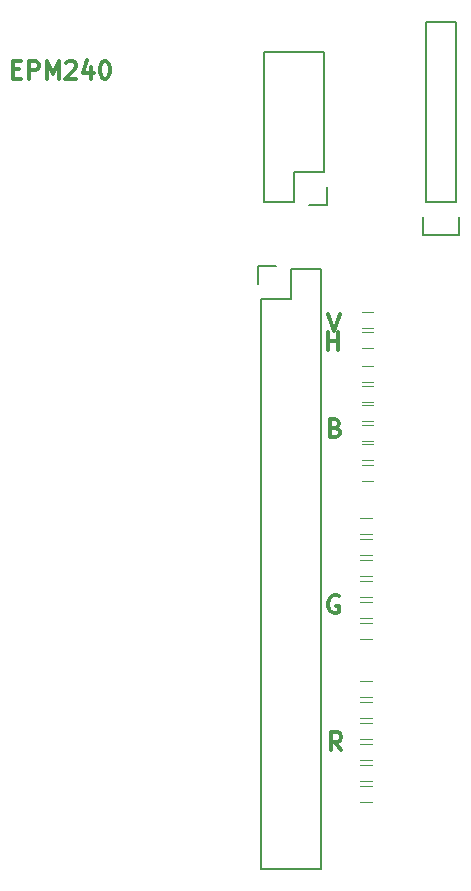
<source format=gbr>
G04 #@! TF.FileFunction,Legend,Top*
%FSLAX46Y46*%
G04 Gerber Fmt 4.6, Leading zero omitted, Abs format (unit mm)*
G04 Created by KiCad (PCBNEW 4.0.7) date 03/29/18 22:21:39*
%MOMM*%
%LPD*%
G01*
G04 APERTURE LIST*
%ADD10C,0.100000*%
%ADD11C,0.300000*%
%ADD12C,0.120000*%
%ADD13C,0.150000*%
G04 APERTURE END LIST*
D10*
D11*
X67521012Y-78343297D02*
X68021012Y-78343297D01*
X68235298Y-79129011D02*
X67521012Y-79129011D01*
X67521012Y-77629011D01*
X68235298Y-77629011D01*
X68878155Y-79129011D02*
X68878155Y-77629011D01*
X69449583Y-77629011D01*
X69592441Y-77700440D01*
X69663869Y-77771869D01*
X69735298Y-77914726D01*
X69735298Y-78129011D01*
X69663869Y-78271869D01*
X69592441Y-78343297D01*
X69449583Y-78414726D01*
X68878155Y-78414726D01*
X70378155Y-79129011D02*
X70378155Y-77629011D01*
X70878155Y-78700440D01*
X71378155Y-77629011D01*
X71378155Y-79129011D01*
X72021012Y-77771869D02*
X72092441Y-77700440D01*
X72235298Y-77629011D01*
X72592441Y-77629011D01*
X72735298Y-77700440D01*
X72806727Y-77771869D01*
X72878155Y-77914726D01*
X72878155Y-78057583D01*
X72806727Y-78271869D01*
X71949584Y-79129011D01*
X72878155Y-79129011D01*
X74163869Y-78129011D02*
X74163869Y-79129011D01*
X73806726Y-77557583D02*
X73449583Y-78629011D01*
X74378155Y-78629011D01*
X75235297Y-77629011D02*
X75378154Y-77629011D01*
X75521011Y-77700440D01*
X75592440Y-77771869D01*
X75663869Y-77914726D01*
X75735297Y-78200440D01*
X75735297Y-78557583D01*
X75663869Y-78843297D01*
X75592440Y-78986154D01*
X75521011Y-79057583D01*
X75378154Y-79129011D01*
X75235297Y-79129011D01*
X75092440Y-79057583D01*
X75021011Y-78986154D01*
X74949583Y-78843297D01*
X74878154Y-78557583D01*
X74878154Y-78200440D01*
X74949583Y-77914726D01*
X75021011Y-77771869D01*
X75092440Y-77700440D01*
X75235297Y-77629011D01*
X94211829Y-102100771D02*
X94211829Y-100600771D01*
X94211829Y-101315057D02*
X95068972Y-101315057D01*
X95068972Y-102100771D02*
X95068972Y-100600771D01*
X94216600Y-99025971D02*
X94716600Y-100525971D01*
X95216600Y-99025971D01*
X95307886Y-135958971D02*
X94807886Y-135244686D01*
X94450743Y-135958971D02*
X94450743Y-134458971D01*
X95022171Y-134458971D01*
X95165029Y-134530400D01*
X95236457Y-134601829D01*
X95307886Y-134744686D01*
X95307886Y-134958971D01*
X95236457Y-135101829D01*
X95165029Y-135173257D01*
X95022171Y-135244686D01*
X94450743Y-135244686D01*
X95084057Y-122948000D02*
X94941200Y-122876571D01*
X94726914Y-122876571D01*
X94512629Y-122948000D01*
X94369771Y-123090857D01*
X94298343Y-123233714D01*
X94226914Y-123519429D01*
X94226914Y-123733714D01*
X94298343Y-124019429D01*
X94369771Y-124162286D01*
X94512629Y-124305143D01*
X94726914Y-124376571D01*
X94869771Y-124376571D01*
X95084057Y-124305143D01*
X95155486Y-124233714D01*
X95155486Y-123733714D01*
X94869771Y-123733714D01*
X94823743Y-108681057D02*
X95038029Y-108752486D01*
X95109457Y-108823914D01*
X95180886Y-108966771D01*
X95180886Y-109181057D01*
X95109457Y-109323914D01*
X95038029Y-109395343D01*
X94895171Y-109466771D01*
X94323743Y-109466771D01*
X94323743Y-107966771D01*
X94823743Y-107966771D01*
X94966600Y-108038200D01*
X95038029Y-108109629D01*
X95109457Y-108252486D01*
X95109457Y-108395343D01*
X95038029Y-108538200D01*
X94966600Y-108609629D01*
X94823743Y-108681057D01*
X94323743Y-108681057D01*
D12*
X97036000Y-98888000D02*
X98036000Y-98888000D01*
X98036000Y-100248000D02*
X97036000Y-100248000D01*
X97036000Y-103460000D02*
X98036000Y-103460000D01*
X98036000Y-104820000D02*
X97036000Y-104820000D01*
X98036000Y-101899000D02*
X97036000Y-101899000D01*
X97036000Y-100539000D02*
X98036000Y-100539000D01*
X97036000Y-105111000D02*
X98036000Y-105111000D01*
X98036000Y-106471000D02*
X97036000Y-106471000D01*
X97036000Y-110064000D02*
X98036000Y-110064000D01*
X98036000Y-111424000D02*
X97036000Y-111424000D01*
X97036000Y-106762000D02*
X98036000Y-106762000D01*
X98036000Y-108122000D02*
X97036000Y-108122000D01*
X97036000Y-108413000D02*
X98036000Y-108413000D01*
X98036000Y-109773000D02*
X97036000Y-109773000D01*
X97036000Y-111842000D02*
X98036000Y-111842000D01*
X98036000Y-113202000D02*
X97036000Y-113202000D01*
X96909000Y-139020000D02*
X97909000Y-139020000D01*
X97909000Y-140380000D02*
X96909000Y-140380000D01*
D13*
X93624400Y-146024600D02*
X93624400Y-95224600D01*
X88544400Y-97764600D02*
X88544400Y-146024600D01*
X93624400Y-146024600D02*
X88544400Y-146024600D01*
X93624400Y-95224600D02*
X91084400Y-95224600D01*
X89814400Y-94944600D02*
X88264400Y-94944600D01*
X91084400Y-95224600D02*
X91084400Y-97764600D01*
X91084400Y-97764600D02*
X88544400Y-97764600D01*
X88264400Y-94944600D02*
X88264400Y-96494600D01*
D12*
X96909000Y-130130000D02*
X97909000Y-130130000D01*
X97909000Y-131490000D02*
X96909000Y-131490000D01*
X96909000Y-123399000D02*
X97909000Y-123399000D01*
X97909000Y-124759000D02*
X96909000Y-124759000D01*
X96909000Y-125177000D02*
X97909000Y-125177000D01*
X97909000Y-126537000D02*
X96909000Y-126537000D01*
X96909000Y-131908000D02*
X97909000Y-131908000D01*
X97909000Y-133268000D02*
X96909000Y-133268000D01*
X96909000Y-137242000D02*
X97909000Y-137242000D01*
X97909000Y-138602000D02*
X96909000Y-138602000D01*
X96909000Y-135464000D02*
X97909000Y-135464000D01*
X97909000Y-136824000D02*
X96909000Y-136824000D01*
X96909000Y-133686000D02*
X97909000Y-133686000D01*
X97909000Y-135046000D02*
X96909000Y-135046000D01*
X96909000Y-116287000D02*
X97909000Y-116287000D01*
X97909000Y-117647000D02*
X96909000Y-117647000D01*
X96909000Y-118065000D02*
X97909000Y-118065000D01*
X97909000Y-119425000D02*
X96909000Y-119425000D01*
X96909000Y-121621000D02*
X97909000Y-121621000D01*
X97909000Y-122981000D02*
X96909000Y-122981000D01*
X96909000Y-119843000D02*
X97909000Y-119843000D01*
X97909000Y-121203000D02*
X96909000Y-121203000D01*
D13*
X88773000Y-89535000D02*
X88773000Y-76835000D01*
X88773000Y-76835000D02*
X93853000Y-76835000D01*
X93853000Y-76835000D02*
X93853000Y-86995000D01*
X88773000Y-89535000D02*
X91313000Y-89535000D01*
X92583000Y-89815000D02*
X94133000Y-89815000D01*
X91313000Y-89535000D02*
X91313000Y-86995000D01*
X91313000Y-86995000D02*
X93853000Y-86995000D01*
X94133000Y-89815000D02*
X94133000Y-88265000D01*
X102489000Y-89535000D02*
X102489000Y-74295000D01*
X102489000Y-74295000D02*
X105029000Y-74295000D01*
X105029000Y-74295000D02*
X105029000Y-89535000D01*
X102209000Y-92355000D02*
X102209000Y-90805000D01*
X102489000Y-89535000D02*
X105029000Y-89535000D01*
X105309000Y-90805000D02*
X105309000Y-92355000D01*
X105309000Y-92355000D02*
X102209000Y-92355000D01*
M02*

</source>
